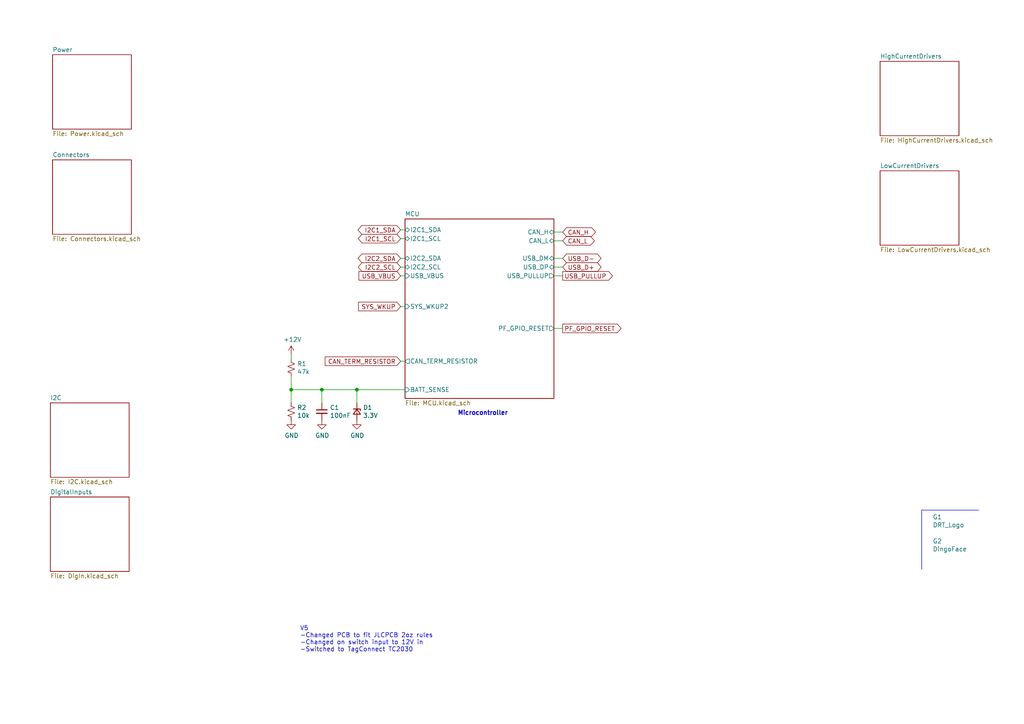
<source format=kicad_sch>
(kicad_sch (version 20230121) (generator eeschema)
  (paper "A4")
  (title_block (title "Dingo_PDM") (date "2023-02-23") (rev "v5") (comment 4 "Cory Grant"))
  (lib_symbols
    (symbol "DRT_Logo:DRT_Logo" (pin_names (offset 1.016))
      (property "Reference" "G" (at 0 2.54 0))
      (property "Value" "DRT_Logo" (at 0 0 0))
    )
    (symbol "Device:C_Small" (pin_numbers hide) (pin_names (offset 0.254) hide)
      (property "Reference" "C" (at 0.254 1.778 0))
      (property "Value" "C_Small" (at 0.254 -2.032 0))
      (symbol "C_Small_0_1"
        (polyline (pts (xy -1.524 -0.508) (xy 1.524 -0.508)) (stroke (width 0.3302)))
        (polyline (pts (xy -1.524 0.508) (xy 1.524 0.508)) (stroke (width 0.3048)))
      )
      (symbol "C_Small_1_1"
        (pin passive line (at 0 2.54 270) (length 2.032) (name "~") (number "1"))
        (pin passive line (at 0 -2.54 90) (length 2.032) (name "~") (number "2"))
      )
    )
    (symbol "Device:D_Zener_Small" (pin_numbers hide) (pin_names (offset 0.254) hide)
      (property "Reference" "D" (at 0 2.286 0))
      (property "Value" "D_Zener_Small" (at 0 -2.286 0))
      (symbol "D_Zener_Small_0_1"
        (polyline (pts (xy 0.762 0) (xy -0.762 0)))
        (polyline (pts (xy -0.254 1.016) (xy -0.762 1.016) (xy -0.762 -1.016)) (stroke (width 0.254)))
        (polyline (pts (xy 0.762 1.016) (xy -0.762 0) (xy 0.762 -1.016) (xy 0.762 1.016)) (stroke (width 0.254)))
      )
      (symbol "D_Zener_Small_1_1"
        (pin passive line (at -2.54 0 0) (length 1.778) (name "K") (number "1"))
        (pin passive line (at 2.54 0 180) (length 1.778) (name "A") (number "2"))
      )
    )
    (symbol "Device:R_Small_US" (pin_numbers hide) (pin_names (offset 0.254) hide)
      (property "Reference" "R" (at 0.762 0.508 0))
      (property "Value" "R_Small_US" (at 0.762 -1.016 0))
      (symbol "R_Small_US_1_1"
        (polyline (pts (xy 0 0) (xy 1.016 -0.381) (xy 0 -0.762) (xy -1.016 -1.143) (xy 0 -1.524)))
        (polyline (pts (xy 0 1.524) (xy 1.016 1.143) (xy 0 0.762) (xy -1.016 0.381) (xy 0 0)))
        (pin passive line (at 0 2.54 270) (length 1.016) (name "~") (number "1"))
        (pin passive line (at 0 -2.54 90) (length 1.016) (name "~") (number "2"))
      )
    )
    (symbol "power:+12V" (power) (pin_names (offset 0))
      (property "Value" "+12V" (at 0 3.556 0))
      (symbol "+12V_0_1"
        (polyline (pts (xy -0.762 1.27) (xy 0 2.54)))
        (polyline (pts (xy 0 0) (xy 0 2.54)))
        (polyline (pts (xy 0 2.54) (xy 0.762 1.27)))
      )
      (symbol "+12V_1_1"
        (pin power_in line (at 0 0 90) (length 0) hide (name "+12V") (number "1"))
      )
    )
    (symbol "power:GND" (power) (pin_names (offset 0))
      (property "Value" "GND" (at 0 -3.81 0))
      (symbol "GND_0_1"
        (polyline (pts (xy 0 0) (xy 0 -1.27) (xy 1.27 -1.27) (xy 0 -2.54) (xy -1.27 -1.27) (xy 0 -1.27)))
      )
      (symbol "GND_1_1"
        (pin power_in line (at 0 0 270) (length 0) hide (name "GND") (number "1"))
      )
    )
  )
  (junction (at 93.345 113.03))
  (junction (at 103.505 113.03))
  (junction (at 84.455 113.03))
  (wire (pts (xy 84.455 113.03) (xy 84.455 109.22)))
  (wire (pts (xy 117.475 74.93) (xy 116.205 74.93)))
  (wire (pts (xy 116.205 80.01) (xy 117.475 80.01)))
  (wire (pts (xy 116.205 104.775) (xy 117.475 104.775)))
  (wire (pts (xy 163.195 77.47) (xy 160.655 77.47)))
  (wire (pts (xy 84.455 102.87) (xy 84.455 104.14)))
  (wire (pts (xy 116.205 88.9) (xy 117.475 88.9)))
  (wire (pts (xy 84.455 113.03) (xy 84.455 116.84)))
  (wire (pts (xy 93.345 113.03) (xy 84.455 113.03)))
  (wire (pts (xy 116.205 69.215) (xy 117.475 69.215)))
  (wire (pts (xy 93.345 116.84) (xy 93.345 113.03)))
  (wire (pts (xy 117.475 77.47) (xy 116.205 77.47)))
  (wire (pts (xy 163.195 67.31) (xy 160.655 67.31)))
  (wire (pts (xy 103.505 116.84) (xy 103.505 113.03)))
  (polyline (pts (xy 267.335 147.955) (xy 283.845 147.955)))
  (wire (pts (xy 163.195 74.93) (xy 160.655 74.93)))
  (wire (pts (xy 116.205 66.675) (xy 117.475 66.675)))
  (wire (pts (xy 163.195 95.25) (xy 160.655 95.25)))
  (wire (pts (xy 117.475 113.03) (xy 103.505 113.03)))
  (polyline (pts (xy 267.335 165.1) (xy 267.335 147.955)))
  (wire (pts (xy 160.655 80.01) (xy 163.195 80.01)))
  (wire (pts (xy 163.195 69.85) (xy 160.655 69.85)))
  (wire (pts (xy 103.505 113.03) (xy 93.345 113.03)))
  (text "Microcontroller" (at 132.715 120.65 0) (effects (font (size 1.27 1.27) (thickness 0.254) bold) (justify left bottom)))
  (text "V5\n-Changed PCB to fit JLCPCB 2oz rules\n-Changed on switch input to 12V in\n-Switched to TagConnect TC2030\n" (at 86.995 189.23 0) (effects (font (size 1.27 1.27)) (justify left bottom)))
  (global_label "I2C2_SCL" (shape bidirectional) (at 116.205 77.47 180) (property "Intersheetrefs" "${INTERSHEET_REFS}" (effects hide)))
  (global_label "CAN_H" (shape bidirectional) (at 163.195 67.31 0) (property "Intersheetrefs" "${INTERSHEET_REFS}" (effects hide)))
  (global_label "USB_D-" (shape bidirectional) (at 163.195 74.93 0) (property "Intersheetrefs" "${INTERSHEET_REFS}" (effects hide)))
  (global_label "USB_PULLUP" (shape output) (at 163.195 80.01 0) (property "Intersheetrefs" "${INTERSHEET_REFS}" (effects hide)))
  (global_label "CAN_TERM_RESISTOR" (shape input) (at 116.205 104.775 180) (property "Intersheetrefs" "${INTERSHEET_REFS}" (effects hide)))
  (global_label "I2C2_SDA" (shape bidirectional) (at 116.205 74.93 180) (property "Intersheetrefs" "${INTERSHEET_REFS}" (effects hide)))
  (global_label "PF_GPIO_RESET" (shape output) (at 163.195 95.25 0) (property "Intersheetrefs" "${INTERSHEET_REFS}" (effects hide)))
  (global_label "I2C1_SCL" (shape bidirectional) (at 116.205 69.215 180) (property "Intersheetrefs" "${INTERSHEET_REFS}" (effects hide)))
  (global_label "I2C1_SDA" (shape bidirectional) (at 116.205 66.675 180) (property "Intersheetrefs" "${INTERSHEET_REFS}" (effects hide)))
  (global_label "USB_D+" (shape bidirectional) (at 163.195 77.47 0) (property "Intersheetrefs" "${INTERSHEET_REFS}" (effects hide)))
  (global_label "CAN_L" (shape bidirectional) (at 163.195 69.85 0) (property "Intersheetrefs" "${INTERSHEET_REFS}" (effects hide)))
  (global_label "USB_VBUS" (shape input) (at 116.205 80.01 180) (property "Intersheetrefs" "${INTERSHEET_REFS}" (effects hide)))
  (global_label "SYS_WKUP" (shape input) (at 116.205 88.9 180) (property "Intersheetrefs" "${INTERSHEET_REFS}" (effects hide)))
  (symbol (lib_id "Device:R_Small_US") (at 84.455 106.68 0) (unit 1)
    (property "Reference" "R1" (at 86.1822 105.5116 0) (effects (justify left)))
    (property "Value" "47k" (at 86.1822 107.823 0) (effects (justify left)))
    (property "Footprint" "Resistor_SMD:R_0805_2012Metric" (effects hide))
    (property "Digi-Key_PN" "311-47.0KCRCT-ND" (effects hide))
  )
  (symbol (lib_id "Device:R_Small_US") (at 84.455 119.38 0) (unit 1)
    (property "Reference" "R2" (at 86.1822 118.2116 0) (effects (justify left)))
    (property "Value" "10k" (at 86.1822 120.523 0) (effects (justify left)))
    (property "Footprint" "Resistor_SMD:R_0805_2012Metric" (effects hide))
    (property "Digi-Key_PN" "311-10.0KCRDKR-ND" (effects hide))
  )
  (symbol (lib_id "Device:D_Zener_Small") (at 103.505 119.38 270) (unit 1)
    (property "Reference" "D1" (at 105.283 118.2116 90) (effects (justify left)))
    (property "Value" "3.3V" (at 105.283 120.523 90) (effects (justify left)))
    (property "Footprint" "Diode_SMD:D_SOD-323_HandSoldering" (effects hide))
    (property "Digi-Key_PN" "SZMMSZ4684T1GOSCT-ND" (effects hide))
  )
  (symbol (lib_id "Device:C_Small") (at 93.345 119.38 0) (unit 1)
    (property "Reference" "C1" (at 95.6818 118.2116 0) (effects (justify left)))
    (property "Value" "100nF" (at 95.6818 120.523 0) (effects (justify left)))
    (property "Footprint" "Capacitor_SMD:C_0805_2012Metric" (effects hide))
    (property "Digi-Key_PN" "478-1395-1-ND" (effects hide))
  )
  (symbol (lib_id "power:+12V") (at 84.455 102.87 0) (unit 1)
    (property "Reference" "#PWR01" (effects hide))
    (property "Value" "+12V" (at 84.836 98.4758 0))
  )
  (symbol (lib_id "power:GND") (at 84.455 121.92 0) (unit 1)
    (property "Reference" "#PWR02" (effects hide))
    (property "Value" "GND" (at 84.582 126.3142 0))
  )
  (symbol (lib_id "power:GND") (at 93.345 121.92 0) (unit 1)
    (property "Reference" "#PWR03" (effects hide))
    (property "Value" "GND" (at 93.472 126.3142 0))
  )
  (symbol (lib_id "power:GND") (at 103.505 121.92 0) (unit 1)
    (property "Reference" "#PWR04" (effects hide))
    (property "Value" "GND" (at 103.632 126.3142 0))
  )
  (symbol (lib_id "DRT_Logo:DRT_Logo") (at 269.875 151.13 0) (unit 1)
    (property "Reference" "G1" (at 270.51 149.9616 0) (effects (justify left)))
    (property "Value" "DRT_Logo" (at 270.51 152.273 0) (effects (justify left)))
    (property "Footprint" "DRTLogo:DRTLogo" (effects hide))
  )
  (symbol (lib_id "DRT_Logo:DRT_Logo") (at 269.875 158.115 0) (unit 1)
    (property "Reference" "G2" (at 270.51 156.9466 0) (effects (justify left)))
    (property "Value" "DingoFace" (at 270.51 159.258 0) (effects (justify left)))
    (property "Footprint" "DRTLogo:DingoFaceNoFill" (effects hide))
  )
  (sheet (at 117.475 63.5) (size 43.18 52.07)
    (property "Sheetname" "MCU" (at 117.475 62.7884 0) (effects (justify left bottom)))
    (property "Sheetfile" "MCU.kicad_sch" (at 117.475 116.1546 0) (effects (justify left top)))
    (pin "I2C2_SCL" bidirectional (at 117.475 77.47 180))
    (pin "I2C2_SDA" bidirectional (at 117.475 74.93 180))
    (pin "CAN_H" bidirectional (at 160.655 67.31 0))
    (pin "CAN_L" bidirectional (at 160.655 69.85 0))
    (pin "USB_DM" bidirectional (at 160.655 74.93 0))
    (pin "USB_DP" bidirectional (at 160.655 77.47 0))
    (pin "BATT_SENSE" input (at 117.475 113.03 180))
    (pin "I2C1_SDA" bidirectional (at 117.475 66.675 180))
    (pin "I2C1_SCL" bidirectional (at 117.475 69.215 180))
    (pin "USB_PULLUP" output (at 160.655 80.01 0))
    (pin "USB_VBUS" input (at 117.475 80.01 180))
    (pin "SYS_WKUP2" input (at 117.475 88.9 180))
    (pin "PF_GPIO_RESET" output (at 160.655 95.25 0))
    (pin "CAN_TERM_RESISTOR" output (at 117.475 104.775 180))
  )
  (sheet (at 255.27 17.78) (size 22.86 21.59)
    (property "Sheetname" "HighCurrentDrivers" (at 255.27 17.0684 0) (effects (justify left bottom)))
    (property "Sheetfile" "HighCurrentDrivers.kicad_sch" (at 255.27 39.9546 0) (effects (justify left top)))
  )
  (sheet (at 255.27 49.53) (size 22.86 21.59)
    (property "Sheetname" "LowCurrentDrivers" (at 255.27 48.8184 0) (effects (justify left bottom)))
    (property "Sheetfile" "LowCurrentDrivers.kicad_sch" (at 255.27 71.7046 0) (effects (justify left top)))
  )
  (sheet (at 15.24 46.355) (size 22.86 21.59)
    (property "Sheetname" "Connectors" (at 15.24 45.6434 0) (effects (justify left bottom)))
    (property "Sheetfile" "Connectors.kicad_sch" (at 15.24 68.5296 0) (effects (justify left top)))
  )
  (sheet (at 14.605 116.84) (size 22.86 21.59)
    (property "Sheetname" "I2C" (at 14.605 116.1284 0) (effects (justify left bottom)))
    (property "Sheetfile" "I2C.kicad_sch" (at 14.605 139.0146 0) (effects (justify left top)))
  )
  (sheet (at 15.24 15.875) (size 22.86 21.59)
    (property "Sheetname" "Power" (at 15.24 15.1634 0) (effects (justify left bottom)))
    (property "Sheetfile" "Power.kicad_sch" (at 15.24 38.0496 0) (effects (justify left top)))
  )
  (sheet (at 14.605 144.145) (size 22.86 21.59)
    (property "Sheetname" "DigitalInputs" (at 14.605 143.4334 0) (effects (justify left bottom)))
    (property "Sheetfile" "DigIn.kicad_sch" (at 14.605 166.3196 0) (effects (justify left top)))
  )
)
</source>
